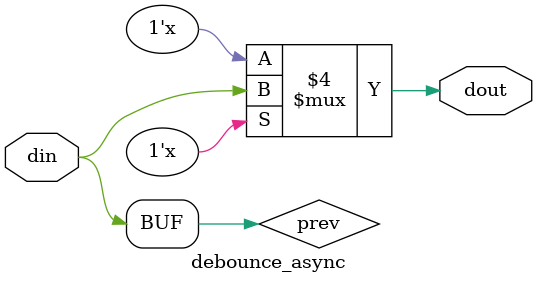
<source format=v>
module debounce_async (
    input  wire din,       // noisy button input
    output reg  dout       // debounced output
);
    reg prev;

    always @(*) begin
        // Output changes only if input stays stable for some time
        if (din == prev)
            dout = din;
        prev = din;
    end
endmodule

</source>
